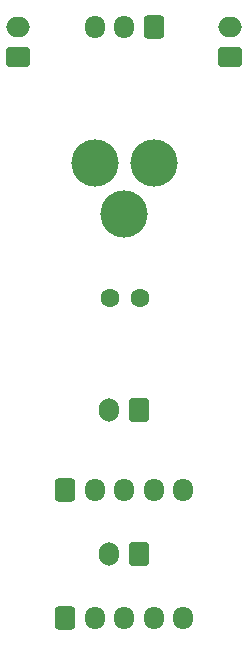
<source format=gbr>
%TF.GenerationSoftware,KiCad,Pcbnew,8.0.6*%
%TF.CreationDate,2024-11-20T19:23:55-05:00*%
%TF.ProjectId,solouno_sidepanel,736f6c6f-756e-46f5-9f73-69646570616e,rev?*%
%TF.SameCoordinates,Original*%
%TF.FileFunction,Soldermask,Bot*%
%TF.FilePolarity,Negative*%
%FSLAX46Y46*%
G04 Gerber Fmt 4.6, Leading zero omitted, Abs format (unit mm)*
G04 Created by KiCad (PCBNEW 8.0.6) date 2024-11-20 19:23:55*
%MOMM*%
%LPD*%
G01*
G04 APERTURE LIST*
G04 Aperture macros list*
%AMRoundRect*
0 Rectangle with rounded corners*
0 $1 Rounding radius*
0 $2 $3 $4 $5 $6 $7 $8 $9 X,Y pos of 4 corners*
0 Add a 4 corners polygon primitive as box body*
4,1,4,$2,$3,$4,$5,$6,$7,$8,$9,$2,$3,0*
0 Add four circle primitives for the rounded corners*
1,1,$1+$1,$2,$3*
1,1,$1+$1,$4,$5*
1,1,$1+$1,$6,$7*
1,1,$1+$1,$8,$9*
0 Add four rect primitives between the rounded corners*
20,1,$1+$1,$2,$3,$4,$5,0*
20,1,$1+$1,$4,$5,$6,$7,0*
20,1,$1+$1,$6,$7,$8,$9,0*
20,1,$1+$1,$8,$9,$2,$3,0*%
G04 Aperture macros list end*
%ADD10RoundRect,0.250000X0.600000X0.750000X-0.600000X0.750000X-0.600000X-0.750000X0.600000X-0.750000X0*%
%ADD11O,1.700000X2.000000*%
%ADD12C,1.600000*%
%ADD13RoundRect,0.250000X-0.600000X-0.725000X0.600000X-0.725000X0.600000X0.725000X-0.600000X0.725000X0*%
%ADD14O,1.700000X1.950000*%
%ADD15RoundRect,0.250000X0.750000X-0.600000X0.750000X0.600000X-0.750000X0.600000X-0.750000X-0.600000X0*%
%ADD16O,2.000000X1.700000*%
%ADD17C,4.000000*%
%ADD18RoundRect,0.250000X0.600000X0.725000X-0.600000X0.725000X-0.600000X-0.725000X0.600000X-0.725000X0*%
G04 APERTURE END LIST*
D10*
%TO.C,CN1*%
X68260000Y-126020000D03*
D11*
X65760000Y-126020000D03*
%TD*%
D12*
%TO.C,C1*%
X68320000Y-116570000D03*
X65820000Y-116570000D03*
%TD*%
D13*
%TO.C,E1*%
X62010000Y-143670000D03*
D14*
X64510000Y-143670000D03*
X67010000Y-143670000D03*
X69510000Y-143670000D03*
X72010000Y-143670000D03*
%TD*%
D15*
%TO.C,PW1*%
X57990000Y-96130000D03*
D16*
X57990000Y-93630000D03*
%TD*%
D17*
%TO.C,A1*%
X69510000Y-105154937D03*
X67010000Y-109485064D03*
X64510000Y-105154937D03*
%TD*%
D18*
%TO.C,A2*%
X69510000Y-93630000D03*
D14*
X67010000Y-93630000D03*
X64510000Y-93630000D03*
%TD*%
D13*
%TO.C,E2*%
X62010000Y-132820000D03*
D14*
X64510000Y-132820000D03*
X67010000Y-132820000D03*
X69510000Y-132820000D03*
X72010000Y-132820000D03*
%TD*%
D15*
%TO.C,PW2*%
X75990000Y-96130000D03*
D16*
X75990000Y-93630000D03*
%TD*%
D10*
%TO.C,CN2*%
X68260000Y-138200000D03*
D11*
X65760000Y-138200000D03*
%TD*%
M02*

</source>
